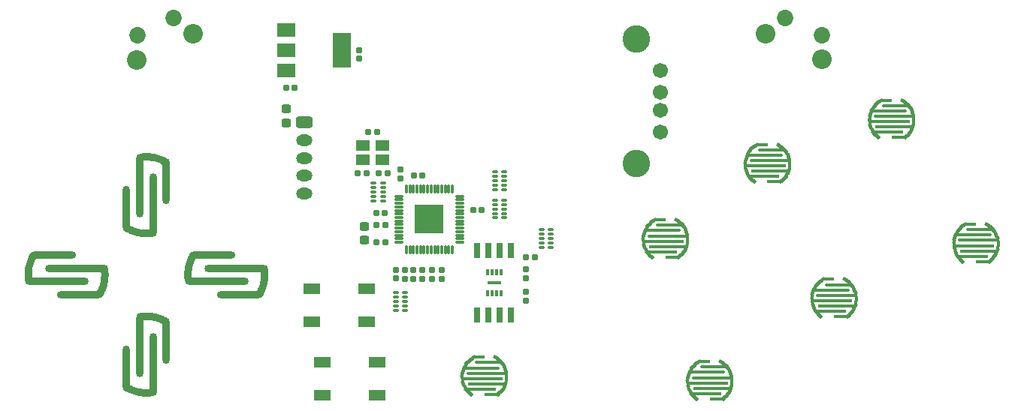
<source format=gbr>
%TF.GenerationSoftware,KiCad,Pcbnew,8.0.0*%
%TF.CreationDate,2024-02-23T16:44:12-07:00*%
%TF.ProjectId,saturn_controller_pcb,73617475-726e-45f6-936f-6e74726f6c6c,4a*%
%TF.SameCoordinates,Original*%
%TF.FileFunction,Soldermask,Top*%
%TF.FilePolarity,Negative*%
%FSLAX46Y46*%
G04 Gerber Fmt 4.6, Leading zero omitted, Abs format (unit mm)*
G04 Created by KiCad (PCBNEW 8.0.0) date 2024-02-23 16:44:12*
%MOMM*%
%LPD*%
G01*
G04 APERTURE LIST*
G04 Aperture macros list*
%AMRoundRect*
0 Rectangle with rounded corners*
0 $1 Rounding radius*
0 $2 $3 $4 $5 $6 $7 $8 $9 X,Y pos of 4 corners*
0 Add a 4 corners polygon primitive as box body*
4,1,4,$2,$3,$4,$5,$6,$7,$8,$9,$2,$3,0*
0 Add four circle primitives for the rounded corners*
1,1,$1+$1,$2,$3*
1,1,$1+$1,$4,$5*
1,1,$1+$1,$6,$7*
1,1,$1+$1,$8,$9*
0 Add four rect primitives between the rounded corners*
20,1,$1+$1,$2,$3,$4,$5,0*
20,1,$1+$1,$4,$5,$6,$7,0*
20,1,$1+$1,$6,$7,$8,$9,0*
20,1,$1+$1,$8,$9,$2,$3,0*%
%AMHorizOval*
0 Thick line with rounded ends*
0 $1 width*
0 $2 $3 position (X,Y) of the first rounded end (center of the circle)*
0 $4 $5 position (X,Y) of the second rounded end (center of the circle)*
0 Add line between two ends*
20,1,$1,$2,$3,$4,$5,0*
0 Add two circle primitives to create the rounded ends*
1,1,$1,$2,$3*
1,1,$1,$4,$5*%
G04 Aperture macros list end*
%ADD10RoundRect,0.050800X-1.000000X-0.750000X1.000000X-0.750000X1.000000X0.750000X-1.000000X0.750000X0*%
%ADD11RoundRect,0.050800X-1.000000X-1.900000X1.000000X-1.900000X1.000000X1.900000X-1.000000X1.900000X0*%
%ADD12RoundRect,0.050800X-0.900000X-0.550000X0.900000X-0.550000X0.900000X0.550000X-0.900000X0.550000X0*%
%ADD13RoundRect,0.165400X0.165400X0.195400X-0.165400X0.195400X-0.165400X-0.195400X0.165400X-0.195400X0*%
%ADD14RoundRect,0.165400X-0.195400X0.165400X-0.195400X-0.165400X0.195400X-0.165400X0.195400X0.165400X0*%
%ADD15O,0.801600X0.301600*%
%ADD16RoundRect,0.050800X0.146720X0.153210X-0.153210X0.146720X-0.146720X-0.153210X0.153210X-0.146720X0*%
%ADD17RoundRect,0.050800X0.163088X0.135655X-0.135655X0.163088X-0.163088X-0.135655X0.135655X-0.163088X0*%
%ADD18RoundRect,0.050800X0.128473X0.168803X-0.168803X0.128473X-0.128473X-0.168803X0.168803X-0.128473X0*%
%ADD19RoundRect,0.050800X0.177369X0.116363X-0.116363X0.177369X-0.177369X-0.116363X0.116363X-0.177369X0*%
%ADD20RoundRect,0.050800X0.108582X0.182236X-0.182236X0.108582X-0.108582X-0.182236X0.182236X-0.108582X0*%
%ADD21RoundRect,0.050800X0.189378X0.095582X-0.095582X0.189378X-0.189378X-0.095582X0.095582X-0.189378X0*%
%ADD22RoundRect,0.050800X0.087300X0.193336X-0.193336X0.087300X-0.087300X-0.193336X0.193336X-0.087300X0*%
%ADD23RoundRect,0.050800X0.198964X0.073576X-0.073576X0.198964X-0.198964X-0.073576X0.073576X-0.198964X0*%
%ADD24RoundRect,0.050800X0.064901X0.201960X-0.201960X0.064901X-0.064901X-0.201960X0.201960X-0.064901X0*%
%ADD25RoundRect,0.050800X0.206002X0.050629X-0.050629X0.206002X-0.206002X-0.050629X0.050629X-0.206002X0*%
%ADD26RoundRect,0.050800X0.041671X0.207999X-0.207999X0.041671X-0.041671X-0.207999X0.207999X-0.041671X0*%
%ADD27RoundRect,0.050800X0.210402X0.027034X-0.027034X0.210402X-0.210402X-0.027034X0.027034X-0.210402X0*%
%ADD28RoundRect,0.050800X0.017908X0.211375X-0.211375X0.017908X-0.017908X-0.211375X0.211375X-0.017908X0*%
%ADD29RoundRect,0.050800X0.212109X0.003093X-0.003093X0.212109X-0.212109X-0.003093X0.003093X-0.212109X0*%
%ADD30RoundRect,0.050800X-0.006085X0.212045X-0.212045X-0.006085X0.006085X-0.212045X0.212045X0.006085X0*%
%ADD31RoundRect,0.050800X0.211101X-0.020888X0.020888X0.211101X-0.211101X0.020888X-0.020888X-0.211101X0*%
%ADD32RoundRect,0.050800X-0.030000X0.210000X-0.210000X-0.030000X0.030000X-0.210000X0.210000X0.030000X0*%
%ADD33RoundRect,0.050800X0.207390X-0.044602X0.044602X0.207390X-0.207390X0.044602X-0.044602X-0.207390X0*%
%ADD34RoundRect,0.050800X0.203246X-0.060754X0.060754X0.203246X-0.203246X0.060754X-0.060754X-0.203246X0*%
%ADD35O,1.289034X0.401600*%
%ADD36O,3.479009X0.401600*%
%ADD37O,4.069223X0.401600*%
%ADD38O,4.608059X0.401600*%
%ADD39O,4.535632X0.401600*%
%ADD40O,4.270727X0.401600*%
%ADD41O,3.039444X0.401600*%
%ADD42O,1.601600X0.401600*%
%ADD43RoundRect,0.050800X0.060754X-0.203246X0.203246X0.060754X-0.060754X0.203246X-0.203246X-0.060754X0*%
%ADD44RoundRect,0.050800X0.037405X-0.208808X0.208808X0.037405X-0.037405X0.208808X-0.208808X-0.037405X0*%
%ADD45RoundRect,0.050800X-0.210000X0.030000X-0.030000X-0.210000X0.210000X-0.030000X0.030000X0.210000X0*%
%ADD46RoundRect,0.050800X0.013578X-0.211697X0.211697X0.013578X-0.013578X0.211697X-0.211697X-0.013578X0*%
%ADD47RoundRect,0.050800X-0.211708X0.013412X-0.013412X-0.211708X0.211708X-0.013412X0.013412X0.211708X0*%
%ADD48RoundRect,0.050800X-0.010424X-0.211876X0.211876X-0.010424X0.010424X0.211876X-0.211876X0.010424X0*%
%ADD49RoundRect,0.050800X-0.211868X-0.010589X0.010589X-0.211868X0.211868X0.010589X-0.010589X0.211868X0*%
%ADD50RoundRect,0.050800X-0.034292X-0.209342X0.209342X-0.034292X0.034292X0.209342X-0.209342X0.034292X0*%
%ADD51RoundRect,0.050800X-0.209315X-0.034455X0.034455X-0.209315X0.209315X0.034455X-0.034455X0.209315X0*%
%ADD52RoundRect,0.050800X-0.057721X-0.204128X0.204128X-0.057721X0.057721X0.204128X-0.204128X0.057721X0*%
%ADD53RoundRect,0.050800X-0.204083X-0.057880X0.057880X-0.204083X0.204083X0.057880X-0.057880X0.204083X0*%
%ADD54RoundRect,0.050800X-0.080411X-0.196301X0.196301X-0.080411X0.080411X0.196301X-0.196301X0.080411X0*%
%ADD55RoundRect,0.050800X-0.196238X-0.080564X0.080564X-0.196238X0.196238X0.080564X-0.080564X0.196238X0*%
%ADD56RoundRect,0.050800X-0.102072X-0.185961X0.185961X-0.102072X0.102072X0.185961X-0.185961X0.102072X0*%
%ADD57RoundRect,0.050800X-0.185881X-0.102217X0.102217X-0.185881X0.185881X0.102217X-0.102217X0.185881X0*%
%ADD58RoundRect,0.050800X-0.122425X-0.173240X0.173240X-0.122425X0.122425X0.173240X-0.173240X0.122425X0*%
%ADD59RoundRect,0.050800X-0.173144X-0.122561X0.122561X-0.173144X0.173144X0.122561X-0.122561X0.173144X0*%
%ADD60RoundRect,0.050800X-0.141212X-0.158301X0.158301X-0.141212X0.141212X0.158301X-0.158301X0.141212X0*%
%ADD61RoundRect,0.050800X-0.158191X-0.141336X0.141336X-0.158191X0.158191X0.141336X-0.141336X0.158191X0*%
%ADD62RoundRect,0.160400X0.160400X0.210400X-0.160400X0.210400X-0.160400X-0.210400X0.160400X-0.210400X0*%
%ADD63RoundRect,0.160400X-0.160400X-0.210400X0.160400X-0.210400X0.160400X0.210400X-0.160400X0.210400X0*%
%ADD64RoundRect,0.160400X0.210400X-0.160400X0.210400X0.160400X-0.210400X0.160400X-0.210400X-0.160400X0*%
%ADD65O,0.851600X0.851600*%
%ADD66HorizOval,0.851600X0.000000X0.000000X0.000000X0.000000X0*%
%ADD67HorizOval,0.851600X0.000000X0.000000X0.000000X0.000000X0*%
%ADD68HorizOval,0.851600X0.000000X0.000000X0.000000X0.000000X0*%
%ADD69HorizOval,0.851600X0.000000X0.000000X0.000000X0.000000X0*%
%ADD70HorizOval,0.851600X0.000000X0.000000X0.000000X0.000000X0*%
%ADD71HorizOval,0.851600X0.000000X0.000000X0.000000X0.000000X0*%
%ADD72HorizOval,0.851600X0.000000X0.000000X0.000000X0.000000X0*%
%ADD73HorizOval,0.851600X0.000000X0.000000X0.000000X0.000000X0*%
%ADD74HorizOval,0.851600X0.000000X0.000000X0.000000X0.000000X0*%
%ADD75HorizOval,0.851600X0.000000X0.000000X0.000000X0.000000X0*%
%ADD76HorizOval,0.851600X0.000000X0.000000X0.000000X0.000000X0*%
%ADD77HorizOval,0.851600X0.000000X0.000000X0.000000X0.000000X0*%
%ADD78HorizOval,0.851600X0.000000X0.000000X0.000000X0.000000X0*%
%ADD79HorizOval,0.851600X0.000000X0.000000X0.000000X0.000000X0*%
%ADD80HorizOval,0.851600X0.000000X0.000000X0.000000X0.000000X0*%
%ADD81HorizOval,0.851600X0.000000X0.000000X0.000000X0.000000X0*%
%ADD82HorizOval,0.851600X0.000000X0.000000X0.000000X0.000000X0*%
%ADD83HorizOval,0.851600X0.000000X0.000000X0.000000X0.000000X0*%
%ADD84HorizOval,0.851600X0.000000X0.000000X0.000000X0.000000X0*%
%ADD85HorizOval,0.851600X0.000000X0.000000X0.000000X0.000000X0*%
%ADD86HorizOval,0.851600X0.000000X0.000000X0.000000X0.000000X0*%
%ADD87HorizOval,0.851600X0.000000X0.000000X0.000000X0.000000X0*%
%ADD88O,0.851600X5.101600*%
%ADD89O,0.851600X7.101600*%
%ADD90HorizOval,0.851600X0.000000X0.000000X0.000000X0.000000X0*%
%ADD91HorizOval,0.851600X0.000000X0.000000X0.000000X0.000000X0*%
%ADD92HorizOval,0.851600X0.000000X0.000000X0.000000X0.000000X0*%
%ADD93HorizOval,0.851600X0.000000X0.000000X0.000000X0.000000X0*%
%ADD94HorizOval,0.851600X0.000000X0.000000X0.000000X0.000000X0*%
%ADD95HorizOval,0.851600X0.000000X0.000000X0.000000X0.000000X0*%
%ADD96HorizOval,0.851600X0.000000X0.000000X0.000000X0.000000X0*%
%ADD97HorizOval,0.851600X0.000000X0.000000X0.000000X0.000000X0*%
%ADD98HorizOval,0.851600X0.000000X0.000000X0.000000X0.000000X0*%
%ADD99HorizOval,0.851600X0.000000X0.000000X0.000000X0.000000X0*%
%ADD100HorizOval,0.851600X0.000000X0.000000X0.000000X0.000000X0*%
%ADD101HorizOval,0.851600X0.000000X0.000000X0.000000X0.000000X0*%
%ADD102HorizOval,0.851600X0.000000X0.000000X0.000000X0.000000X0*%
%ADD103HorizOval,0.851600X0.000000X0.000000X0.000000X0.000000X0*%
%ADD104HorizOval,0.851600X0.000000X0.000000X0.000000X0.000000X0*%
%ADD105HorizOval,0.851600X0.000000X0.000000X0.000000X0.000000X0*%
%ADD106HorizOval,0.851600X0.000000X0.000000X0.000000X0.000000X0*%
%ADD107HorizOval,0.851600X0.000000X0.000000X0.000000X0.000000X0*%
%ADD108HorizOval,0.851600X0.000000X0.000000X0.000000X0.000000X0*%
%ADD109HorizOval,0.851600X0.000000X0.000000X0.000000X0.000000X0*%
%ADD110HorizOval,0.851600X0.000000X0.000000X0.000000X0.000000X0*%
%ADD111HorizOval,0.851600X0.000000X0.000000X0.000000X0.000000X0*%
%ADD112RoundRect,0.165400X-0.165400X-0.195400X0.165400X-0.195400X0.165400X0.195400X-0.165400X0.195400X0*%
%ADD113RoundRect,0.244150X0.281650X-0.244150X0.281650X0.244150X-0.281650X0.244150X-0.281650X-0.244150X0*%
%ADD114RoundRect,0.244150X-0.281650X0.244150X-0.281650X-0.244150X0.281650X-0.244150X0.281650X0.244150X0*%
%ADD115HorizOval,0.851600X0.000000X0.000000X0.000000X0.000000X0*%
%ADD116HorizOval,0.851600X0.000000X0.000000X0.000000X0.000000X0*%
%ADD117HorizOval,0.851600X0.000000X0.000000X0.000000X0.000000X0*%
%ADD118HorizOval,0.851600X0.000000X0.000000X0.000000X0.000000X0*%
%ADD119HorizOval,0.851600X0.000000X0.000000X0.000000X0.000000X0*%
%ADD120HorizOval,0.851600X0.000000X0.000000X0.000000X0.000000X0*%
%ADD121HorizOval,0.851600X0.000000X0.000000X0.000000X0.000000X0*%
%ADD122HorizOval,0.851600X0.000000X0.000000X0.000000X0.000000X0*%
%ADD123HorizOval,0.851600X0.000000X0.000000X0.000000X0.000000X0*%
%ADD124HorizOval,0.851600X0.000000X0.000000X0.000000X0.000000X0*%
%ADD125HorizOval,0.851600X0.000000X0.000000X0.000000X0.000000X0*%
%ADD126HorizOval,0.851600X0.000000X0.000000X0.000000X0.000000X0*%
%ADD127HorizOval,0.851600X0.000000X0.000000X0.000000X0.000000X0*%
%ADD128HorizOval,0.851600X0.000000X0.000000X0.000000X0.000000X0*%
%ADD129HorizOval,0.851600X0.000000X0.000000X0.000000X0.000000X0*%
%ADD130HorizOval,0.851600X0.000000X0.000000X0.000000X0.000000X0*%
%ADD131HorizOval,0.851600X0.000000X0.000000X0.000000X0.000000X0*%
%ADD132HorizOval,0.851600X0.000000X0.000000X0.000000X0.000000X0*%
%ADD133HorizOval,0.851600X0.000000X0.000000X0.000000X0.000000X0*%
%ADD134HorizOval,0.851600X0.000000X0.000000X0.000000X0.000000X0*%
%ADD135HorizOval,0.851600X0.000000X0.000000X0.000000X0.000000X0*%
%ADD136HorizOval,0.851600X0.000000X0.000000X0.000000X0.000000X0*%
%ADD137O,5.101600X0.851600*%
%ADD138O,7.101600X0.851600*%
%ADD139HorizOval,0.851600X0.000000X0.000000X0.000000X0.000000X0*%
%ADD140HorizOval,0.851600X0.000000X0.000000X0.000000X0.000000X0*%
%ADD141HorizOval,0.851600X0.000000X0.000000X0.000000X0.000000X0*%
%ADD142HorizOval,0.851600X0.000000X0.000000X0.000000X0.000000X0*%
%ADD143HorizOval,0.851600X0.000000X0.000000X0.000000X0.000000X0*%
%ADD144HorizOval,0.851600X0.000000X0.000000X0.000000X0.000000X0*%
%ADD145HorizOval,0.851600X0.000000X0.000000X0.000000X0.000000X0*%
%ADD146HorizOval,0.851600X0.000000X0.000000X0.000000X0.000000X0*%
%ADD147HorizOval,0.851600X0.000000X0.000000X0.000000X0.000000X0*%
%ADD148HorizOval,0.851600X0.000000X0.000000X0.000000X0.000000X0*%
%ADD149HorizOval,0.851600X0.000000X0.000000X0.000000X0.000000X0*%
%ADD150HorizOval,0.851600X0.000000X0.000000X0.000000X0.000000X0*%
%ADD151HorizOval,0.851600X0.000000X0.000000X0.000000X0.000000X0*%
%ADD152HorizOval,0.851600X0.000000X0.000000X0.000000X0.000000X0*%
%ADD153HorizOval,0.851600X0.000000X0.000000X0.000000X0.000000X0*%
%ADD154HorizOval,0.851600X0.000000X0.000000X0.000000X0.000000X0*%
%ADD155HorizOval,0.851600X0.000000X0.000000X0.000000X0.000000X0*%
%ADD156HorizOval,0.851600X0.000000X0.000000X0.000000X0.000000X0*%
%ADD157HorizOval,0.851600X0.000000X0.000000X0.000000X0.000000X0*%
%ADD158HorizOval,0.851600X0.000000X0.000000X0.000000X0.000000X0*%
%ADD159HorizOval,0.851600X0.000000X0.000000X0.000000X0.000000X0*%
%ADD160HorizOval,0.851600X0.000000X0.000000X0.000000X0.000000X0*%
%ADD161RoundRect,0.050800X-0.290000X0.805000X-0.290000X-0.805000X0.290000X-0.805000X0.290000X0.805000X0*%
%ADD162RoundRect,0.100400X-0.100400X0.250400X-0.100400X-0.250400X0.100400X-0.250400X0.100400X0.250400X0*%
%ADD163RoundRect,0.075400X-0.725400X0.075400X-0.725400X-0.075400X0.725400X-0.075400X0.725400X0.075400X0*%
%ADD164RoundRect,0.050800X-0.700000X-0.575000X0.700000X-0.575000X0.700000X0.575000X-0.700000X0.575000X0*%
%ADD165RoundRect,0.050800X0.900000X0.550000X-0.900000X0.550000X-0.900000X-0.550000X0.900000X-0.550000X0*%
%ADD166RoundRect,0.075400X0.412900X0.075400X-0.412900X0.075400X-0.412900X-0.075400X0.412900X-0.075400X0*%
%ADD167RoundRect,0.075400X0.075400X0.412900X-0.075400X0.412900X-0.075400X-0.412900X0.075400X-0.412900X0*%
%ADD168RoundRect,0.148572X1.502228X1.502228X-1.502228X1.502228X-1.502228X-1.502228X1.502228X-1.502228X0*%
%ADD169C,1.701600*%
%ADD170C,3.101600*%
%ADD171RoundRect,0.165400X0.195400X-0.165400X0.195400X0.165400X-0.195400X0.165400X-0.195400X-0.165400X0*%
%ADD172C,2.201600*%
%ADD173C,1.851600*%
%ADD174RoundRect,0.271167X-0.654633X0.379633X-0.654633X-0.379633X0.654633X-0.379633X0.654633X0.379633X0*%
%ADD175O,1.851600X1.301600*%
G04 APERTURE END LIST*
D10*
%TO.C,U3*%
X124770000Y-77320000D03*
X124770000Y-79620000D03*
D11*
X131070000Y-79620000D03*
D10*
X124770000Y-81920000D03*
%TD*%
D12*
%TO.C,SW14*%
X127600000Y-106560000D03*
X133800000Y-106560000D03*
X127600000Y-110260000D03*
X133800000Y-110260000D03*
%TD*%
D13*
%TO.C,C11*%
X135895505Y-97987053D03*
X134935505Y-97987053D03*
%TD*%
D14*
%TO.C,C5*%
X151780000Y-106940000D03*
X151780000Y-107900000D03*
%TD*%
D15*
%TO.C,U5*%
X135665505Y-96637053D03*
X135665505Y-96137053D03*
X135665505Y-95637053D03*
X135665505Y-95137053D03*
X135665505Y-94637053D03*
X134615505Y-94637053D03*
X134615505Y-95137053D03*
X134615505Y-95637053D03*
X134615505Y-96137053D03*
X134615505Y-96637053D03*
%TD*%
%TO.C,U2*%
X154570000Y-101870000D03*
X154570000Y-101370000D03*
X154570000Y-100870000D03*
X154570000Y-100370000D03*
X154570000Y-99870000D03*
X153520000Y-99870000D03*
X153520000Y-100370000D03*
X153520000Y-100870000D03*
X153520000Y-101370000D03*
X153520000Y-101870000D03*
%TD*%
D16*
%TO.C,SW4*%
X144600586Y-116554082D03*
D17*
X144610475Y-116271389D03*
D18*
X144622694Y-116836085D03*
D19*
X144652236Y-115991620D03*
D20*
X144676518Y-117113785D03*
D21*
X144725334Y-115718361D03*
D22*
X144761368Y-117383627D03*
D23*
X144828834Y-115455108D03*
D24*
X144876157Y-117642156D03*
D25*
X144961409Y-115205232D03*
D26*
X145019417Y-117886063D03*
D27*
X145121363Y-114971932D03*
D28*
X145189313Y-118112226D03*
D29*
X145306648Y-114758195D03*
D30*
X145383670Y-118317748D03*
D31*
X145514892Y-114566757D03*
D32*
X145600001Y-118500000D03*
D33*
X145743429Y-114400069D03*
D34*
X145912566Y-114300001D03*
D35*
X146506283Y-114300000D03*
D36*
X146717474Y-117900000D03*
D37*
X146792524Y-115500000D03*
D38*
X146861243Y-116700000D03*
D39*
X147350776Y-116100000D03*
D40*
X147383980Y-117300000D03*
D41*
X147552015Y-114900000D03*
D42*
X147850000Y-118500000D03*
D43*
X148287434Y-114300000D03*
D44*
X148528358Y-114448223D03*
D45*
X148599999Y-118500000D03*
D46*
X148750996Y-114622712D03*
D47*
X148752461Y-118375998D03*
D48*
X148952497Y-114821235D03*
D49*
X148953807Y-118177318D03*
D50*
X149130282Y-115041250D03*
D51*
X149131421Y-117957164D03*
D52*
X149282075Y-115279940D03*
D53*
X149283027Y-117718355D03*
D54*
X149405932Y-115534250D03*
D55*
X149406686Y-117463948D03*
D56*
X149500269Y-115800924D03*
D57*
X149500814Y-117197201D03*
D58*
X149563876Y-116076547D03*
D59*
X149564206Y-116921528D03*
D60*
X149595940Y-116357592D03*
D61*
X149596051Y-116640459D03*
%TD*%
D16*
%TO.C,SW6*%
X165000586Y-101054082D03*
D17*
X165010475Y-100771389D03*
D18*
X165022694Y-101336085D03*
D19*
X165052236Y-100491620D03*
D20*
X165076518Y-101613785D03*
D21*
X165125334Y-100218361D03*
D22*
X165161368Y-101883627D03*
D23*
X165228834Y-99955108D03*
D24*
X165276157Y-102142156D03*
D25*
X165361409Y-99705232D03*
D26*
X165419417Y-102386063D03*
D27*
X165521363Y-99471932D03*
D28*
X165589313Y-102612226D03*
D29*
X165706648Y-99258195D03*
D30*
X165783670Y-102817748D03*
D31*
X165914892Y-99066757D03*
D32*
X166000001Y-103000000D03*
D33*
X166143429Y-98900069D03*
D34*
X166312566Y-98800001D03*
D35*
X166906283Y-98800000D03*
D36*
X167117474Y-102400000D03*
D37*
X167192524Y-100000000D03*
D38*
X167261243Y-101200000D03*
D39*
X167750776Y-100600000D03*
D40*
X167783980Y-101800000D03*
D41*
X167952015Y-99400000D03*
D42*
X168250000Y-103000000D03*
D43*
X168687434Y-98800000D03*
D44*
X168928358Y-98948223D03*
D45*
X168999999Y-103000000D03*
D46*
X169150996Y-99122712D03*
D47*
X169152461Y-102875998D03*
D48*
X169352497Y-99321235D03*
D49*
X169353807Y-102677318D03*
D50*
X169530282Y-99541250D03*
D51*
X169531421Y-102457164D03*
D52*
X169682075Y-99779940D03*
D53*
X169683027Y-102218355D03*
D54*
X169805932Y-100034250D03*
D55*
X169806686Y-101963948D03*
D56*
X169900269Y-100300924D03*
D57*
X169900814Y-101697201D03*
D58*
X169963876Y-100576547D03*
D59*
X169964206Y-101421528D03*
D60*
X169995940Y-100857592D03*
D61*
X169996051Y-101140459D03*
%TD*%
D16*
%TO.C,SW9*%
X200000586Y-101554082D03*
D17*
X200010475Y-101271389D03*
D18*
X200022694Y-101836085D03*
D19*
X200052236Y-100991620D03*
D20*
X200076518Y-102113785D03*
D21*
X200125334Y-100718361D03*
D22*
X200161368Y-102383627D03*
D23*
X200228834Y-100455108D03*
D24*
X200276157Y-102642156D03*
D25*
X200361409Y-100205232D03*
D26*
X200419417Y-102886063D03*
D27*
X200521363Y-99971932D03*
D28*
X200589313Y-103112226D03*
D29*
X200706648Y-99758195D03*
D30*
X200783670Y-103317748D03*
D31*
X200914892Y-99566757D03*
D32*
X201000001Y-103500000D03*
D33*
X201143429Y-99400069D03*
D34*
X201312566Y-99300001D03*
D35*
X201906283Y-99300000D03*
D36*
X202117474Y-102900000D03*
D37*
X202192524Y-100500000D03*
D38*
X202261243Y-101700000D03*
D39*
X202750776Y-101100000D03*
D40*
X202783980Y-102300000D03*
D41*
X202952015Y-99900000D03*
D42*
X203250000Y-103500000D03*
D43*
X203687434Y-99300000D03*
D44*
X203928358Y-99448223D03*
D45*
X203999999Y-103500000D03*
D46*
X204150996Y-99622712D03*
D47*
X204152461Y-103375998D03*
D48*
X204352497Y-99821235D03*
D49*
X204353807Y-103177318D03*
D50*
X204530282Y-100041250D03*
D51*
X204531421Y-102957164D03*
D52*
X204682075Y-100279940D03*
D53*
X204683027Y-102718355D03*
D54*
X204805932Y-100534250D03*
D55*
X204806686Y-102463948D03*
D56*
X204900269Y-100800924D03*
D57*
X204900814Y-102197201D03*
D58*
X204963876Y-101076547D03*
D59*
X204964206Y-101921528D03*
D60*
X204995940Y-101357592D03*
D61*
X204996051Y-101640459D03*
%TD*%
D62*
%TO.C,R5*%
X136170000Y-93510000D03*
X135150000Y-93510000D03*
%TD*%
D16*
%TO.C,SW8*%
X190500586Y-87554082D03*
D17*
X190510475Y-87271389D03*
D18*
X190522694Y-87836085D03*
D19*
X190552236Y-86991620D03*
D20*
X190576518Y-88113785D03*
D21*
X190625334Y-86718361D03*
D22*
X190661368Y-88383627D03*
D23*
X190728834Y-86455108D03*
D24*
X190776157Y-88642156D03*
D25*
X190861409Y-86205232D03*
D26*
X190919417Y-88886063D03*
D27*
X191021363Y-85971932D03*
D28*
X191089313Y-89112226D03*
D29*
X191206648Y-85758195D03*
D30*
X191283670Y-89317748D03*
D31*
X191414892Y-85566757D03*
D32*
X191500001Y-89500000D03*
D33*
X191643429Y-85400069D03*
D34*
X191812566Y-85300001D03*
D35*
X192406283Y-85300000D03*
D36*
X192617474Y-88900000D03*
D37*
X192692524Y-86500000D03*
D38*
X192761243Y-87700000D03*
D39*
X193250776Y-87100000D03*
D40*
X193283980Y-88300000D03*
D41*
X193452015Y-85900000D03*
D42*
X193750000Y-89500000D03*
D43*
X194187434Y-85300000D03*
D44*
X194428358Y-85448223D03*
D45*
X194499999Y-89500000D03*
D46*
X194650996Y-85622712D03*
D47*
X194652461Y-89375998D03*
D48*
X194852497Y-85821235D03*
D49*
X194853807Y-89177318D03*
D50*
X195030282Y-86041250D03*
D51*
X195031421Y-88957164D03*
D52*
X195182075Y-86279940D03*
D53*
X195183027Y-88718355D03*
D54*
X195305932Y-86534250D03*
D55*
X195306686Y-88463948D03*
D56*
X195400269Y-86800924D03*
D57*
X195400814Y-88197201D03*
D58*
X195463876Y-87076547D03*
D59*
X195464206Y-87921528D03*
D60*
X195495940Y-87357592D03*
D61*
X195496051Y-87640459D03*
%TD*%
D63*
%TO.C,R8*%
X134915505Y-99327053D03*
X135935505Y-99327053D03*
%TD*%
D64*
%TO.C,R7*%
X139095505Y-105466548D03*
X139095505Y-104446548D03*
%TD*%
D13*
%TO.C,C9*%
X135905505Y-101337053D03*
X134945505Y-101337053D03*
%TD*%
D65*
%TO.C,SW3*%
X109000000Y-100320000D03*
D66*
X108864306Y-100317868D03*
D67*
X109135694Y-100317868D03*
D68*
X108728745Y-100311475D03*
D69*
X109271255Y-100311475D03*
D70*
X108593452Y-100300828D03*
D71*
X109406548Y-100300828D03*
D72*
X108458560Y-100285936D03*
D73*
X109541440Y-100285936D03*
D74*
X108324203Y-100266814D03*
D75*
X109675797Y-100266814D03*
D76*
X108190513Y-100243481D03*
D77*
X108057621Y-100215960D03*
D78*
X107925660Y-100184279D03*
D79*
X107794758Y-100148469D03*
D80*
X107665047Y-100108564D03*
D81*
X107536652Y-100064605D03*
D82*
X107409702Y-100016634D03*
D83*
X107284321Y-99964700D03*
D84*
X107160633Y-99908853D03*
D85*
X107038761Y-99849148D03*
D86*
X106918824Y-99785645D03*
D87*
X106800941Y-99718406D03*
D88*
X106750000Y-97500000D03*
D89*
X109750000Y-97100000D03*
X108250000Y-94960000D03*
D88*
X111250000Y-94500000D03*
D90*
X111199059Y-92281594D03*
D91*
X111081176Y-92214355D03*
D92*
X110961239Y-92150852D03*
D93*
X110839367Y-92091147D03*
D94*
X110715679Y-92035300D03*
D95*
X110590298Y-91983366D03*
D96*
X110463348Y-91935395D03*
D97*
X110334953Y-91891436D03*
D98*
X110205242Y-91851531D03*
D99*
X110074340Y-91815721D03*
D100*
X109942379Y-91784040D03*
D101*
X109809487Y-91756519D03*
D102*
X108324203Y-91733186D03*
D103*
X109675797Y-91733186D03*
D104*
X108458560Y-91714064D03*
D105*
X109541440Y-91714064D03*
D106*
X108593452Y-91699172D03*
D107*
X109406548Y-91699172D03*
D108*
X108728745Y-91688525D03*
D109*
X109271255Y-91688525D03*
D110*
X108864306Y-91682132D03*
D111*
X109135694Y-91682132D03*
D65*
X109000000Y-91680000D03*
%TD*%
D112*
%TO.C,C12*%
X145805505Y-97717053D03*
X146765505Y-97717053D03*
%TD*%
D14*
%TO.C,C2*%
X132940000Y-79630000D03*
X132940000Y-80590000D03*
%TD*%
%TO.C,C13*%
X141205505Y-104467053D03*
X141205505Y-105427053D03*
%TD*%
D15*
%TO.C,U6*%
X137085000Y-107010000D03*
X137085000Y-107510000D03*
X137085000Y-108010000D03*
X137085000Y-108510000D03*
X137085000Y-109010000D03*
X138135000Y-109010000D03*
X138135000Y-108510000D03*
X138135000Y-108010000D03*
X138135000Y-107510000D03*
X138135000Y-107010000D03*
%TD*%
D64*
%TO.C,R4*%
X151780000Y-105390000D03*
X151780000Y-104370000D03*
%TD*%
D16*
%TO.C,SW11*%
X184000586Y-107754082D03*
D17*
X184010475Y-107471389D03*
D18*
X184022694Y-108036085D03*
D19*
X184052236Y-107191620D03*
D20*
X184076518Y-108313785D03*
D21*
X184125334Y-106918361D03*
D22*
X184161368Y-108583627D03*
D23*
X184228834Y-106655108D03*
D24*
X184276157Y-108842156D03*
D25*
X184361409Y-106405232D03*
D26*
X184419417Y-109086063D03*
D27*
X184521363Y-106171932D03*
D28*
X184589313Y-109312226D03*
D29*
X184706648Y-105958195D03*
D30*
X184783670Y-109517748D03*
D31*
X184914892Y-105766757D03*
D32*
X185000001Y-109700000D03*
D33*
X185143429Y-105600069D03*
D34*
X185312566Y-105500001D03*
D35*
X185906283Y-105500000D03*
D36*
X186117474Y-109100000D03*
D37*
X186192524Y-106700000D03*
D38*
X186261243Y-107900000D03*
D39*
X186750776Y-107300000D03*
D40*
X186783980Y-108500000D03*
D41*
X186952015Y-106100000D03*
D42*
X187250000Y-109700000D03*
D43*
X187687434Y-105500000D03*
D44*
X187928358Y-105648223D03*
D45*
X187999999Y-109700000D03*
D46*
X188150996Y-105822712D03*
D47*
X188152461Y-109575998D03*
D48*
X188352497Y-106021235D03*
D49*
X188353807Y-109377318D03*
D50*
X188530282Y-106241250D03*
D51*
X188531421Y-109157164D03*
D52*
X188682075Y-106479940D03*
D53*
X188683027Y-108918355D03*
D54*
X188805932Y-106734250D03*
D55*
X188806686Y-108663948D03*
D56*
X188900269Y-107000924D03*
D57*
X188900814Y-108397201D03*
D58*
X188963876Y-107276547D03*
D59*
X188964206Y-108121528D03*
D60*
X188995940Y-107557592D03*
D61*
X188996051Y-107840459D03*
%TD*%
D15*
%TO.C,U1*%
X149310505Y-98557053D03*
X149310505Y-98057053D03*
X149310505Y-97557053D03*
X149310505Y-97057053D03*
X149310505Y-96557053D03*
X148260505Y-96557053D03*
X148260505Y-97057053D03*
X148260505Y-97557053D03*
X148260505Y-98057053D03*
X148260505Y-98557053D03*
%TD*%
D64*
%TO.C,R6*%
X140095505Y-105466548D03*
X140095505Y-104446548D03*
%TD*%
D14*
%TO.C,C10*%
X137125505Y-104447053D03*
X137125505Y-105407053D03*
%TD*%
D113*
%TO.C,D2*%
X133587288Y-101082053D03*
X133587288Y-99507053D03*
%TD*%
D65*
%TO.C,SW2*%
X109000000Y-118320000D03*
D66*
X108864306Y-118317868D03*
D67*
X109135694Y-118317868D03*
D68*
X108728745Y-118311475D03*
D69*
X109271255Y-118311475D03*
D70*
X108593452Y-118300828D03*
D71*
X109406548Y-118300828D03*
D72*
X108458560Y-118285936D03*
D73*
X109541440Y-118285936D03*
D74*
X108324203Y-118266814D03*
D75*
X109675797Y-118266814D03*
D76*
X108190513Y-118243481D03*
D77*
X108057621Y-118215960D03*
D78*
X107925660Y-118184279D03*
D79*
X107794758Y-118148469D03*
D80*
X107665047Y-118108564D03*
D81*
X107536652Y-118064605D03*
D82*
X107409702Y-118016634D03*
D83*
X107284321Y-117964700D03*
D84*
X107160633Y-117908853D03*
D85*
X107038761Y-117849148D03*
D86*
X106918824Y-117785645D03*
D87*
X106800941Y-117718406D03*
D88*
X106750000Y-115500000D03*
D89*
X109750000Y-115100000D03*
X108250000Y-112960000D03*
D88*
X111250000Y-112500000D03*
D90*
X111199059Y-110281594D03*
D91*
X111081176Y-110214355D03*
D92*
X110961239Y-110150852D03*
D93*
X110839367Y-110091147D03*
D94*
X110715679Y-110035300D03*
D95*
X110590298Y-109983366D03*
D96*
X110463348Y-109935395D03*
D97*
X110334953Y-109891436D03*
D98*
X110205242Y-109851531D03*
D99*
X110074340Y-109815721D03*
D100*
X109942379Y-109784040D03*
D101*
X109809487Y-109756519D03*
D102*
X108324203Y-109733186D03*
D103*
X109675797Y-109733186D03*
D104*
X108458560Y-109714064D03*
D105*
X109541440Y-109714064D03*
D106*
X108593452Y-109699172D03*
D107*
X109406548Y-109699172D03*
D108*
X108728745Y-109688525D03*
D109*
X109271255Y-109688525D03*
D110*
X108864306Y-109682132D03*
D111*
X109135694Y-109682132D03*
D65*
X109000000Y-109680000D03*
%TD*%
D114*
%TO.C,D1*%
X124730000Y-86274938D03*
X124730000Y-87849938D03*
%TD*%
D65*
%TO.C,SW1*%
X104320000Y-105000000D03*
D115*
X104317868Y-105135694D03*
D116*
X104317868Y-104864306D03*
D117*
X104311475Y-105271255D03*
D118*
X104311475Y-104728745D03*
D119*
X104300828Y-105406548D03*
D120*
X104300828Y-104593452D03*
D121*
X104285936Y-105541440D03*
D122*
X104285936Y-104458560D03*
D123*
X104266814Y-105675797D03*
D124*
X104266814Y-104324203D03*
D125*
X104243481Y-105809487D03*
D126*
X104215960Y-105942379D03*
D127*
X104184279Y-106074340D03*
D128*
X104148469Y-106205242D03*
D129*
X104108564Y-106334953D03*
D130*
X104064605Y-106463348D03*
D131*
X104016634Y-106590298D03*
D132*
X103964700Y-106715679D03*
D133*
X103908853Y-106839367D03*
D134*
X103849148Y-106961239D03*
D135*
X103785645Y-107081176D03*
D136*
X103718406Y-107199059D03*
D137*
X101500000Y-107250000D03*
D138*
X101100000Y-104250000D03*
X98960000Y-105750000D03*
D137*
X98500000Y-102750000D03*
D139*
X96281594Y-102800941D03*
D140*
X96214355Y-102918824D03*
D141*
X96150852Y-103038761D03*
D142*
X96091147Y-103160633D03*
D143*
X96035300Y-103284321D03*
D144*
X95983366Y-103409702D03*
D145*
X95935395Y-103536652D03*
D146*
X95891436Y-103665047D03*
D147*
X95851531Y-103794758D03*
D148*
X95815721Y-103925660D03*
D149*
X95784040Y-104057621D03*
D150*
X95756519Y-104190513D03*
D151*
X95733186Y-105675797D03*
D152*
X95733186Y-104324203D03*
D153*
X95714064Y-105541440D03*
D154*
X95714064Y-104458560D03*
D155*
X95699172Y-105406548D03*
D156*
X95699172Y-104593452D03*
D157*
X95688525Y-105271255D03*
D158*
X95688525Y-104728745D03*
D159*
X95682132Y-105135694D03*
D160*
X95682132Y-104864306D03*
D65*
X95680000Y-105000000D03*
%TD*%
D112*
%TO.C,C3*%
X132840000Y-93510000D03*
X133800000Y-93510000D03*
%TD*%
D16*
%TO.C,SW7*%
X170000586Y-117054082D03*
D17*
X170010475Y-116771389D03*
D18*
X170022694Y-117336085D03*
D19*
X170052236Y-116491620D03*
D20*
X170076518Y-117613785D03*
D21*
X170125334Y-116218361D03*
D22*
X170161368Y-117883627D03*
D23*
X170228834Y-115955108D03*
D24*
X170276157Y-118142156D03*
D25*
X170361409Y-115705232D03*
D26*
X170419417Y-118386063D03*
D27*
X170521363Y-115471932D03*
D28*
X170589313Y-118612226D03*
D29*
X170706648Y-115258195D03*
D30*
X170783670Y-118817748D03*
D31*
X170914892Y-115066757D03*
D32*
X171000001Y-119000000D03*
D33*
X171143429Y-114900069D03*
D34*
X171312566Y-114800001D03*
D35*
X171906283Y-114800000D03*
D36*
X172117474Y-118400000D03*
D37*
X172192524Y-116000000D03*
D38*
X172261243Y-117200000D03*
D39*
X172750776Y-116600000D03*
D40*
X172783980Y-117800000D03*
D41*
X172952015Y-115400000D03*
D42*
X173250000Y-119000000D03*
D43*
X173687434Y-114800000D03*
D44*
X173928358Y-114948223D03*
D45*
X173999999Y-119000000D03*
D46*
X174150996Y-115122712D03*
D47*
X174152461Y-118875998D03*
D48*
X174352497Y-115321235D03*
D49*
X174353807Y-118677318D03*
D50*
X174530282Y-115541250D03*
D51*
X174531421Y-118457164D03*
D52*
X174682075Y-115779940D03*
D53*
X174683027Y-118218355D03*
D54*
X174805932Y-116034250D03*
D55*
X174806686Y-117963948D03*
D56*
X174900269Y-116300924D03*
D57*
X174900814Y-117697201D03*
D58*
X174963876Y-116576547D03*
D59*
X174964206Y-117421528D03*
D60*
X174995940Y-116857592D03*
D61*
X174996051Y-117140459D03*
%TD*%
D161*
%TO.C,FLASH1*%
X150105000Y-102285000D03*
D162*
X148950000Y-104690000D03*
D161*
X148835000Y-102285000D03*
D162*
X148450000Y-104690000D03*
D161*
X147565000Y-102285000D03*
D162*
X147950000Y-104690000D03*
D161*
X146295000Y-102285000D03*
D162*
X147450000Y-104690000D03*
D163*
X148200000Y-105890000D03*
D162*
X147450000Y-107090000D03*
D161*
X146295000Y-109495000D03*
D162*
X147950000Y-107090000D03*
D161*
X147565000Y-109495000D03*
D162*
X148450000Y-107090000D03*
D161*
X148835000Y-109495000D03*
D162*
X148950000Y-107090000D03*
D161*
X150105000Y-109495000D03*
%TD*%
D164*
%TO.C,Y1*%
X133400000Y-92000000D03*
X135600000Y-92000000D03*
X135600000Y-90400000D03*
X133400000Y-90400000D03*
%TD*%
D13*
%TO.C,C14*%
X140080000Y-93800000D03*
X139120000Y-93800000D03*
%TD*%
D112*
%TO.C,C4*%
X134020000Y-88900000D03*
X134980000Y-88900000D03*
%TD*%
D165*
%TO.C,SW13*%
X135000000Y-118600000D03*
X128800000Y-118600000D03*
X135000000Y-114900000D03*
X128800000Y-114900000D03*
%TD*%
D65*
%TO.C,SW0*%
X122320000Y-105000000D03*
D115*
X122317868Y-105135694D03*
D116*
X122317868Y-104864306D03*
D117*
X122311475Y-105271255D03*
D118*
X122311475Y-104728745D03*
D119*
X122300828Y-105406548D03*
D120*
X122300828Y-104593452D03*
D121*
X122285936Y-105541440D03*
D122*
X122285936Y-104458560D03*
D123*
X122266814Y-105675797D03*
D124*
X122266814Y-104324203D03*
D125*
X122243481Y-105809487D03*
D126*
X122215960Y-105942379D03*
D127*
X122184279Y-106074340D03*
D128*
X122148469Y-106205242D03*
D129*
X122108564Y-106334953D03*
D130*
X122064605Y-106463348D03*
D131*
X122016634Y-106590298D03*
D132*
X121964700Y-106715679D03*
D133*
X121908853Y-106839367D03*
D134*
X121849148Y-106961239D03*
D135*
X121785645Y-107081176D03*
D136*
X121718406Y-107199059D03*
D137*
X119500000Y-107250000D03*
D138*
X119100000Y-104250000D03*
X116960000Y-105750000D03*
D137*
X116500000Y-102750000D03*
D139*
X114281594Y-102800941D03*
D140*
X114214355Y-102918824D03*
D141*
X114150852Y-103038761D03*
D142*
X114091147Y-103160633D03*
D143*
X114035300Y-103284321D03*
D144*
X113983366Y-103409702D03*
D145*
X113935395Y-103536652D03*
D146*
X113891436Y-103665047D03*
D147*
X113851531Y-103794758D03*
D148*
X113815721Y-103925660D03*
D149*
X113784040Y-104057621D03*
D150*
X113756519Y-104190513D03*
D151*
X113733186Y-105675797D03*
D152*
X113733186Y-104324203D03*
D153*
X113714064Y-105541440D03*
D154*
X113714064Y-104458560D03*
D155*
X113699172Y-105406548D03*
D156*
X113699172Y-104593452D03*
D157*
X113688525Y-105271255D03*
D158*
X113688525Y-104728745D03*
D159*
X113682132Y-105135694D03*
D160*
X113682132Y-104864306D03*
D65*
X113680000Y-105000000D03*
%TD*%
D166*
%TO.C,U4*%
X144328005Y-101321548D03*
X144328005Y-100921548D03*
X144328005Y-100521548D03*
X144328005Y-100121548D03*
X144328005Y-99721548D03*
X144328005Y-99321548D03*
X144328005Y-98921548D03*
X144328005Y-98521548D03*
X144328005Y-98121548D03*
X144328005Y-97721548D03*
X144328005Y-97321548D03*
X144328005Y-96921548D03*
X144328005Y-96521548D03*
X144328005Y-96121548D03*
D167*
X143490505Y-95284048D03*
X143090505Y-95284048D03*
X142690505Y-95284048D03*
X142290505Y-95284048D03*
X141890505Y-95284048D03*
X141490505Y-95284048D03*
X141090505Y-95284048D03*
X140690505Y-95284048D03*
X140290505Y-95284048D03*
X139890505Y-95284048D03*
X139490505Y-95284048D03*
X139090505Y-95284048D03*
X138690505Y-95284048D03*
X138290505Y-95284048D03*
D166*
X137453005Y-96121548D03*
X137453005Y-96521548D03*
X137453005Y-96921548D03*
X137453005Y-97321548D03*
X137453005Y-97721548D03*
X137453005Y-98121548D03*
X137453005Y-98521548D03*
X137453005Y-98921548D03*
X137453005Y-99321548D03*
X137453005Y-99721548D03*
X137453005Y-100121548D03*
X137453005Y-100521548D03*
X137453005Y-100921548D03*
X137453005Y-101321548D03*
D167*
X138290505Y-102159048D03*
X138690505Y-102159048D03*
X139090505Y-102159048D03*
X139490505Y-102159048D03*
X139890505Y-102159048D03*
X140290505Y-102159048D03*
X140690505Y-102159048D03*
X141090505Y-102159048D03*
X141490505Y-102159048D03*
X141890505Y-102159048D03*
X142290505Y-102159048D03*
X142690505Y-102159048D03*
X143090505Y-102159048D03*
X143490505Y-102159048D03*
D168*
X140890505Y-98721548D03*
%TD*%
D14*
%TO.C,C8*%
X138105505Y-104477053D03*
X138105505Y-105437053D03*
%TD*%
D169*
%TO.C,J2*%
X166910000Y-81900000D03*
X166910000Y-84400000D03*
X166910000Y-86400000D03*
X166910000Y-88900000D03*
D170*
X164200000Y-78400000D03*
X164200000Y-92400000D03*
%TD*%
D112*
%TO.C,C1*%
X124760000Y-83840000D03*
X125720000Y-83840000D03*
%TD*%
D15*
%TO.C,U7*%
X149310505Y-95357053D03*
X149310505Y-94857053D03*
X149310505Y-94357053D03*
X149310505Y-93857053D03*
X149310505Y-93357053D03*
X148260505Y-93357053D03*
X148260505Y-93857053D03*
X148260505Y-94357053D03*
X148260505Y-94857053D03*
X148260505Y-95357053D03*
%TD*%
D63*
%TO.C,R3*%
X151790000Y-103020000D03*
X152810000Y-103020000D03*
%TD*%
D14*
%TO.C,C7*%
X142315505Y-104477053D03*
X142315505Y-105437053D03*
%TD*%
D16*
%TO.C,SW10*%
X176500586Y-92554082D03*
D17*
X176510475Y-92271389D03*
D18*
X176522694Y-92836085D03*
D19*
X176552236Y-91991620D03*
D20*
X176576518Y-93113785D03*
D21*
X176625334Y-91718361D03*
D22*
X176661368Y-93383627D03*
D23*
X176728834Y-91455108D03*
D24*
X176776157Y-93642156D03*
D25*
X176861409Y-91205232D03*
D26*
X176919417Y-93886063D03*
D27*
X177021363Y-90971932D03*
D28*
X177089313Y-94112226D03*
D29*
X177206648Y-90758195D03*
D30*
X177283670Y-94317748D03*
D31*
X177414892Y-90566757D03*
D32*
X177500001Y-94500000D03*
D33*
X177643429Y-90400069D03*
D34*
X177812566Y-90300001D03*
D35*
X178406283Y-90300000D03*
D36*
X178617474Y-93900000D03*
D37*
X178692524Y-91500000D03*
D38*
X178761243Y-92700000D03*
D39*
X179250776Y-92100000D03*
D40*
X179283980Y-93300000D03*
D41*
X179452015Y-90900000D03*
D42*
X179750000Y-94500000D03*
D43*
X180187434Y-90300000D03*
D44*
X180428358Y-90448223D03*
D45*
X180499999Y-94500000D03*
D46*
X180650996Y-90622712D03*
D47*
X180652461Y-94375998D03*
D48*
X180852497Y-90821235D03*
D49*
X180853807Y-94177318D03*
D50*
X181030282Y-91041250D03*
D51*
X181031421Y-93957164D03*
D52*
X181182075Y-91279940D03*
D53*
X181183027Y-93718355D03*
D54*
X181305932Y-91534250D03*
D55*
X181306686Y-93463948D03*
D56*
X181400269Y-91800924D03*
D57*
X181400814Y-93197201D03*
D58*
X181463876Y-92076547D03*
D59*
X181464206Y-92921528D03*
D60*
X181495940Y-92357592D03*
D61*
X181496051Y-92640459D03*
%TD*%
D171*
%TO.C,C6*%
X137600000Y-94080000D03*
X137600000Y-93120000D03*
%TD*%
D172*
%TO.C,SW12*%
X185171075Y-80698859D03*
X178817858Y-77736305D03*
D173*
X185090510Y-77913880D03*
X181012125Y-76012098D03*
%TD*%
D174*
%TO.C,J1*%
X126801000Y-87800000D03*
D175*
X126801000Y-89800000D03*
X126801000Y-91800000D03*
X126801000Y-93800000D03*
X126801000Y-95800000D03*
%TD*%
D172*
%TO.C,SW5*%
X114268394Y-77759966D03*
X107915177Y-80722520D03*
D173*
X112083190Y-76031532D03*
X108004805Y-77933314D03*
%TD*%
M02*

</source>
